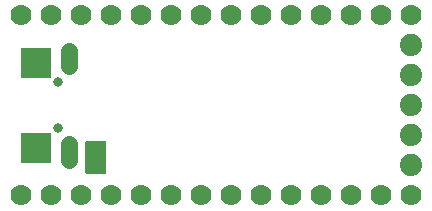
<source format=gbr>
G04 EAGLE Gerber RS-274X export*
G75*
%MOMM*%
%FSLAX34Y34*%
%LPD*%
%INSoldermask Bottom*%
%IPPOS*%
%AMOC8*
5,1,8,0,0,1.08239X$1,22.5*%
G01*
%ADD10C,0.801600*%
%ADD11R,2.514600X2.514600*%
%ADD12C,1.409600*%
%ADD13C,1.778000*%
%ADD14C,1.879600*%

G36*
X83938Y31131D02*
X83938Y31131D01*
X84057Y31138D01*
X84095Y31151D01*
X84136Y31156D01*
X84246Y31199D01*
X84359Y31236D01*
X84394Y31258D01*
X84431Y31273D01*
X84527Y31343D01*
X84628Y31406D01*
X84656Y31436D01*
X84689Y31459D01*
X84765Y31551D01*
X84846Y31638D01*
X84866Y31673D01*
X84891Y31704D01*
X84942Y31812D01*
X85000Y31916D01*
X85010Y31956D01*
X85027Y31992D01*
X85049Y32109D01*
X85079Y32224D01*
X85083Y32285D01*
X85087Y32305D01*
X85085Y32325D01*
X85089Y32385D01*
X85089Y57785D01*
X85074Y57903D01*
X85067Y58022D01*
X85054Y58060D01*
X85049Y58101D01*
X85006Y58211D01*
X84969Y58324D01*
X84947Y58359D01*
X84932Y58396D01*
X84863Y58492D01*
X84799Y58593D01*
X84769Y58621D01*
X84746Y58654D01*
X84654Y58730D01*
X84567Y58811D01*
X84532Y58831D01*
X84501Y58856D01*
X84393Y58907D01*
X84289Y58965D01*
X84249Y58975D01*
X84213Y58992D01*
X84096Y59014D01*
X83981Y59044D01*
X83921Y59048D01*
X83901Y59052D01*
X83880Y59050D01*
X83820Y59054D01*
X68580Y59054D01*
X68462Y59039D01*
X68343Y59032D01*
X68305Y59019D01*
X68264Y59014D01*
X68154Y58971D01*
X68041Y58934D01*
X68006Y58912D01*
X67969Y58897D01*
X67873Y58828D01*
X67772Y58764D01*
X67744Y58734D01*
X67711Y58711D01*
X67636Y58619D01*
X67554Y58532D01*
X67534Y58497D01*
X67509Y58466D01*
X67458Y58358D01*
X67400Y58254D01*
X67390Y58214D01*
X67373Y58178D01*
X67351Y58061D01*
X67321Y57946D01*
X67317Y57886D01*
X67313Y57866D01*
X67314Y57854D01*
X67313Y57851D01*
X67314Y57838D01*
X67311Y57785D01*
X67311Y32385D01*
X67326Y32267D01*
X67333Y32148D01*
X67346Y32110D01*
X67351Y32069D01*
X67394Y31959D01*
X67431Y31846D01*
X67453Y31811D01*
X67468Y31774D01*
X67538Y31678D01*
X67601Y31577D01*
X67631Y31549D01*
X67654Y31516D01*
X67746Y31441D01*
X67833Y31359D01*
X67868Y31339D01*
X67899Y31314D01*
X68007Y31263D01*
X68111Y31205D01*
X68151Y31195D01*
X68187Y31178D01*
X68304Y31156D01*
X68419Y31126D01*
X68480Y31122D01*
X68500Y31118D01*
X68520Y31120D01*
X68580Y31116D01*
X83820Y31116D01*
X83938Y31131D01*
G37*
D10*
X44450Y108400D03*
X44450Y69400D03*
D11*
X25450Y52900D03*
X25450Y124900D03*
D12*
X53450Y121900D02*
X53450Y134980D01*
X53450Y55900D02*
X53450Y42820D01*
D13*
X12700Y165100D03*
X38100Y165100D03*
X63500Y165100D03*
X88900Y165100D03*
X114300Y165100D03*
X139700Y165100D03*
X165100Y165100D03*
X190500Y165100D03*
X215900Y165100D03*
X241300Y165100D03*
X266700Y165100D03*
X292100Y165100D03*
X317500Y165100D03*
X342900Y165100D03*
X342900Y12700D03*
X317500Y12700D03*
X292100Y12700D03*
X266700Y12700D03*
X241300Y12700D03*
X215900Y12700D03*
X190500Y12700D03*
X165100Y12700D03*
X139700Y12700D03*
X114300Y12700D03*
X88900Y12700D03*
X63500Y12700D03*
X38100Y12700D03*
X12700Y12700D03*
D14*
X342900Y38100D03*
X342900Y63500D03*
X342900Y88900D03*
X342900Y114300D03*
X342900Y139700D03*
M02*

</source>
